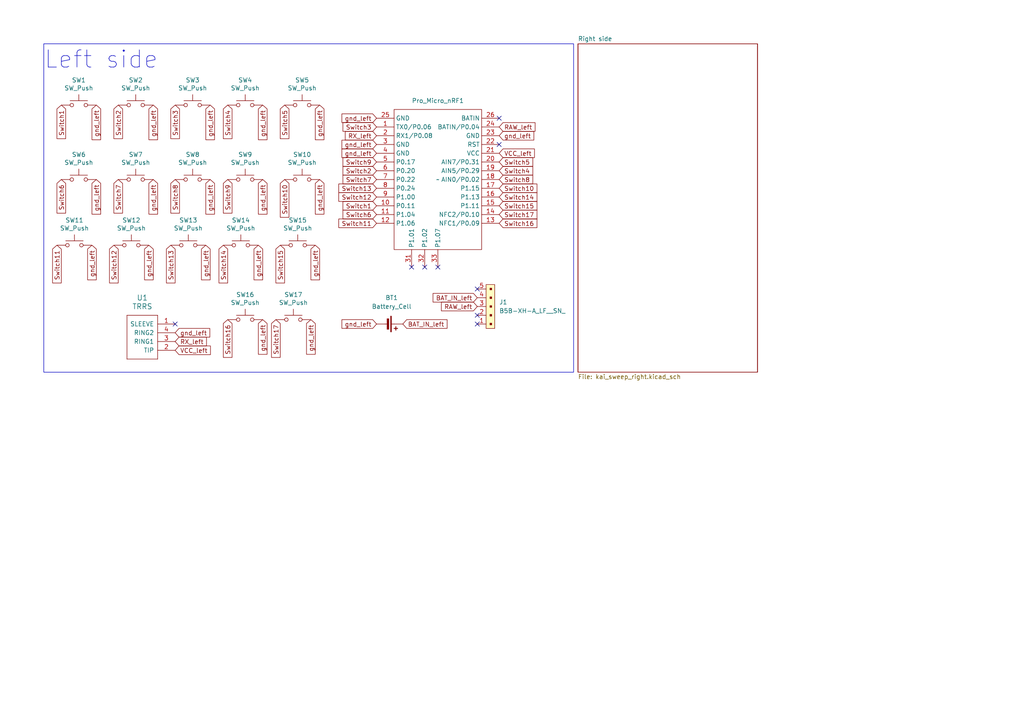
<source format=kicad_sch>
(kicad_sch (version 20230121) (generator eeschema)
  (paper "A4")
  (lib_symbols
    (symbol "Device:Battery_Cell" (pin_numbers hide) (pin_names (offset 0) hide)
      (property "Reference" "BT" (at 2.54 2.54 0))
      (property "Value" "Battery_Cell" (at 2.54 0 0))
      (symbol "Battery_Cell_0_1"
        (rectangle (start -2.286 1.778) (end 2.286 1.524) (fill (type outline)))
        (rectangle (start -1.524 1.016) (end 1.524 0.508) (fill (type outline)))
        (polyline (pts (xy 0 0.762) (xy 0 0)))
        (polyline (pts (xy 0 1.778) (xy 0 2.54)))
        (polyline (pts (xy 0.762 3.048) (xy 1.778 3.048)) (stroke (width 0.254)))
        (polyline (pts (xy 1.27 3.556) (xy 1.27 2.54)) (stroke (width 0.254)))
      )
      (symbol "Battery_Cell_1_1"
        (pin passive line (at 0 5.08 270) (length 2.54) (name "+") (number "1"))
        (pin passive line (at 0 -2.54 90) (length 2.54) (name "-") (number "2"))
      )
    )
    (symbol "Scottokeeb:Placeholder_TRRS" (pin_names (offset 1.016))
      (property "Reference" "U" (at 0 15.24 0))
      (property "Value" "TRRS" (at 0 -2.54 0))
      (symbol "Placeholder_TRRS_0_1"
        (rectangle (start -3.81 0) (end -3.81 12.7))
        (rectangle (start -3.81 0) (end 5.08 0))
        (rectangle (start -3.81 12.7) (end 5.08 12.7))
        (rectangle (start 5.08 12.7) (end 5.08 0))
      )
      (symbol "Placeholder_TRRS_1_1"
        (pin input line (at -8.89 2.54 0) (length 5.08) (name "SLEEVE") (number "1"))
        (pin input line (at -8.89 10.16 0) (length 5.08) (name "TIP") (number "2"))
        (pin input line (at -8.89 7.62 0) (length 5.08) (name "RING1") (number "3"))
        (pin input line (at -8.89 5.08 0) (length 5.08) (name "RING2") (number "4"))
      )
    )
    (symbol "Switch:SW_Push" (pin_numbers hide) (pin_names (offset 1.016) hide)
      (property "Reference" "SW" (at 1.27 2.54 0))
      (property "Value" "SW_Push" (at 0 -1.524 0))
      (symbol "SW_Push_0_1"
        (circle (center -2.032 0) (radius 0.508))
        (polyline (pts (xy 0 1.27) (xy 0 3.048)))
        (polyline (pts (xy 2.54 1.27) (xy -2.54 1.27)))
        (circle (center 2.032 0) (radius 0.508))
        (pin passive line (at -5.08 0 0) (length 2.54) (name "1") (number "1"))
        (pin passive line (at 5.08 0 180) (length 2.54) (name "2") (number "2"))
      )
    )
    (symbol "components:Pro_Micro_nRF52840"
      (property "Reference" "Pro_Micro_nRF52840" (at 0 22.352 0))
      (symbol "Pro_Micro_nRF52840_0_1"
        (rectangle (start -12.7 -20.32) (end 12.7 20.32))
      )
      (symbol "Pro_Micro_nRF52840_1_1"
        (pin input line (at -17.78 15.24 0) (length 5.08) (name "TX0/P0.06") (number "1"))
        (pin input line (at -17.78 -7.62 0) (length 5.08) (name "P0.11") (number "10"))
        (pin input line (at -17.78 -10.16 0) (length 5.08) (name "P1.04") (number "11"))
        (pin input line (at -17.78 -12.7 0) (length 5.08) (name "P1.06") (number "12"))
        (pin input line (at 17.78 -12.7 180) (length 5.08) (name "NFC1/P0.09") (number "13"))
        (pin input line (at 17.78 -10.16 180) (length 5.08) (name "NFC2/P0.10") (number "14"))
        (pin input line (at 17.78 -7.62 180) (length 5.08) (name "P1.11") (number "15"))
        (pin input line (at 17.78 -5.08 180) (length 5.08) (name "P1.13") (number "16"))
        (pin input line (at 17.78 -2.54 180) (length 5.08) (name "P1.15") (number "17"))
        (pin input line (at 17.78 0 180) (length 5.08) (name "AIN0/P0.02") (number "18"))
        (pin input line (at 17.78 2.54 180) (length 5.08) (name "AIN5/P0.29") (number "19"))
        (pin input line (at -17.78 12.7 0) (length 5.08) (name "RX1/P0.08") (number "2"))
        (pin input line (at 17.78 5.08 180) (length 5.08) (name "AIN7/P0.31") (number "20"))
        (pin input line (at 17.78 7.62 180) (length 5.08) (name "VCC") (number "21"))
        (pin input line (at 17.78 10.16 180) (length 5.08) (name "RST") (number "22"))
        (pin input line (at 17.78 12.7 180) (length 5.08) (name "GND") (number "23"))
        (pin input line (at 17.78 15.24 180) (length 5.08) (name "BATIN/P0.04") (number "24"))
        (pin input line (at -17.78 17.78 0) (length 5.08) (name "GND") (number "25"))
        (pin input line (at 17.78 17.78 180) (length 5.08) (name "BATIN") (number "26"))
        (pin input line (at -17.78 10.16 0) (length 5.08) (name "GND") (number "3"))
        (pin input line (at -7.62 -25.4 90) (length 5.08) (name "P1.01") (number "31"))
        (pin input line (at -3.81 -25.4 90) (length 5.08) (name "P1.02") (number "32"))
        (pin input line (at 0 -25.4 90) (length 5.08) (name "P1.07") (number "33"))
        (pin input line (at -17.78 7.62 0) (length 5.08) (name "GND") (number "4"))
        (pin input line (at -17.78 5.08 0) (length 5.08) (name "P0.17") (number "5"))
        (pin input line (at -17.78 2.54 0) (length 5.08) (name "P0.20") (number "6"))
        (pin input line (at -17.78 0 0) (length 5.08) (name "P0.22") (number "7"))
        (pin input line (at -17.78 -2.54 0) (length 5.08) (name "P0.24") (number "8"))
        (pin input line (at -17.78 -5.08 0) (length 5.08) (name "P1.00") (number "9"))
      )
    )
    (symbol "dk_Rectangular-Connectors-Headers-Male-Pins:B5B-XH-A_LF__SN_" (pin_names (offset 1.016))
      (property "Reference" "J" (at -2.54 -1.27 0))
      (property "Value" "B5B-XH-A_LF__SN_" (at 5.08 -3.81 0))
      (symbol "B5B-XH-A_LF__SN__1_1"
        (rectangle (start -1.27 0) (end 11.43 -2.54) (fill (type background)))
        (rectangle (start -0.254 -1.143) (end 0.254 -1.651) (fill (type outline)))
        (rectangle (start 2.286 -1.143) (end 2.794 -1.651) (fill (type outline)))
        (rectangle (start 4.826 -1.143) (end 5.334 -1.651) (fill (type outline)))
        (rectangle (start 7.366 -1.143) (end 7.874 -1.651) (fill (type outline)))
        (rectangle (start 9.906 -1.143) (end 10.414 -1.651) (fill (type outline)))
        (pin passive line (at 0 2.54 270) (length 2.54) (name "~") (number "1"))
        (pin passive line (at 2.54 2.54 270) (length 2.54) (name "~") (number "2"))
        (pin passive line (at 5.08 2.54 270) (length 2.54) (name "~") (number "3"))
        (pin passive line (at 7.62 2.54 270) (length 2.54) (name "~") (number "4"))
        (pin passive line (at 10.16 2.54 270) (length 2.54) (name "~") (number "5"))
      )
    )
  )
  (no_connect (at 138.43 91.44))
  (no_connect (at 127 77.47))
  (no_connect (at 144.78 41.91))
  (no_connect (at 138.43 83.82))
  (no_connect (at 50.8 93.98))
  (no_connect (at 119.38 77.47))
  (no_connect (at 123.19 77.47))
  (no_connect (at 138.43 93.98))
  (no_connect (at 144.78 34.29))
  (rectangle (start 12.7 12.7) (end 166.37 107.95))
  (text "Left side" (at 12.7 20.32 0) (effects (font (size 5 5)) (justify left bottom)))
  (global_label "gnd_left" (shape input) (at 76.2 92.71 270) (property "Intersheetrefs" "${INTERSHEET_REFS}" (effects hide)))
  (global_label "RAW_left" (shape input) (at 138.43 88.9 180) (property "Intersheetrefs" "${INTERSHEET_REFS}" (effects hide)))
  (global_label "Switch2" (shape input) (at 34.29 30.48 270) (property "Intersheetrefs" "${INTERSHEET_REFS}" (effects hide)))
  (global_label "Switch9" (shape input) (at 109.22 46.99 180) (property "Intersheetrefs" "${INTERSHEET_REFS}" (effects hide)))
  (global_label "RX_left" (shape input) (at 109.22 39.37 180) (property "Intersheetrefs" "${INTERSHEET_REFS}" (effects hide)))
  (global_label "gnd_left" (shape input) (at 44.45 30.48 270) (property "Intersheetrefs" "${INTERSHEET_REFS}" (effects hide)))
  (global_label "gnd_left" (shape input) (at 109.22 41.91 180) (property "Intersheetrefs" "${INTERSHEET_REFS}" (effects hide)))
  (global_label "Switch14" (shape input) (at 64.77 71.12 270) (property "Intersheetrefs" "${INTERSHEET_REFS}" (effects hide)))
  (global_label "gnd_left" (shape input) (at 76.2 30.48 270) (property "Intersheetrefs" "${INTERSHEET_REFS}" (effects hide)))
  (global_label "Switch12" (shape input) (at 109.22 57.15 180) (property "Intersheetrefs" "${INTERSHEET_REFS}" (effects hide)))
  (global_label "BAT_IN_left" (shape input) (at 138.43 86.36 180) (property "Intersheetrefs" "${INTERSHEET_REFS}" (effects hide)))
  (global_label "Switch9" (shape input) (at 66.04 52.07 270) (property "Intersheetrefs" "${INTERSHEET_REFS}" (effects hide)))
  (global_label "Switch13" (shape input) (at 49.53 71.12 270) (property "Intersheetrefs" "${INTERSHEET_REFS}" (effects hide)))
  (global_label "Switch5" (shape input) (at 144.78 46.99 0) (property "Intersheetrefs" "${INTERSHEET_REFS}" (effects hide)))
  (global_label "Switch3" (shape input) (at 50.8 30.48 270) (property "Intersheetrefs" "${INTERSHEET_REFS}" (effects hide)))
  (global_label "Switch6" (shape input) (at 17.78 52.07 270) (property "Intersheetrefs" "${INTERSHEET_REFS}" (effects hide)))
  (global_label "RX_left" (shape input) (at 50.8 99.06 0) (property "Intersheetrefs" "${INTERSHEET_REFS}" (effects hide)))
  (global_label "Switch4" (shape input) (at 144.78 49.53 0) (property "Intersheetrefs" "${INTERSHEET_REFS}" (effects hide)))
  (global_label "Switch16" (shape input) (at 66.04 92.71 270) (property "Intersheetrefs" "${INTERSHEET_REFS}" (effects hide)))
  (global_label "Switch15" (shape input) (at 81.28 71.12 270) (property "Intersheetrefs" "${INTERSHEET_REFS}" (effects hide)))
  (global_label "Switch1" (shape input) (at 109.22 59.69 180) (property "Intersheetrefs" "${INTERSHEET_REFS}" (effects hide)))
  (global_label "VCC_left" (shape input) (at 50.8 101.6 0) (property "Intersheetrefs" "${INTERSHEET_REFS}" (effects hide)))
  (global_label "Switch12" (shape input) (at 33.02 71.12 270) (property "Intersheetrefs" "${INTERSHEET_REFS}" (effects hide)))
  (global_label "Switch15" (shape input) (at 144.78 59.69 0) (property "Intersheetrefs" "${INTERSHEET_REFS}" (effects hide)))
  (global_label "Switch2" (shape input) (at 109.22 49.53 180) (property "Intersheetrefs" "${INTERSHEET_REFS}" (effects hide)))
  (global_label "gnd_left" (shape input) (at 74.93 71.12 270) (property "Intersheetrefs" "${INTERSHEET_REFS}" (effects hide)))
  (global_label "gnd_left" (shape input) (at 92.71 52.07 270) (property "Intersheetrefs" "${INTERSHEET_REFS}" (effects hide)))
  (global_label "Switch11" (shape input) (at 109.22 64.77 180) (property "Intersheetrefs" "${INTERSHEET_REFS}" (effects hide)))
  (global_label "gnd_left" (shape input) (at 27.94 30.48 270) (property "Intersheetrefs" "${INTERSHEET_REFS}" (effects hide)))
  (global_label "Switch6" (shape input) (at 109.22 62.23 180) (property "Intersheetrefs" "${INTERSHEET_REFS}" (effects hide)))
  (global_label "Switch13" (shape input) (at 109.22 54.61 180) (property "Intersheetrefs" "${INTERSHEET_REFS}" (effects hide)))
  (global_label "gnd_left" (shape input) (at 76.2 52.07 270) (property "Intersheetrefs" "${INTERSHEET_REFS}" (effects hide)))
  (global_label "gnd_left" (shape input) (at 43.18 71.12 270) (property "Intersheetrefs" "${INTERSHEET_REFS}" (effects hide)))
  (global_label "Switch10" (shape input) (at 144.78 54.61 0) (property "Intersheetrefs" "${INTERSHEET_REFS}" (effects hide)))
  (global_label "Switch17" (shape input) (at 80.01 92.71 270) (property "Intersheetrefs" "${INTERSHEET_REFS}" (effects hide)))
  (global_label "Switch8" (shape input) (at 50.8 52.07 270) (property "Intersheetrefs" "${INTERSHEET_REFS}" (effects hide)))
  (global_label "gnd_left" (shape input) (at 26.67 71.12 270) (property "Intersheetrefs" "${INTERSHEET_REFS}" (effects hide)))
  (global_label "gnd_left" (shape input) (at 109.22 34.29 180) (property "Intersheetrefs" "${INTERSHEET_REFS}" (effects hide)))
  (global_label "gnd_left" (shape input) (at 90.17 92.71 270) (property "Intersheetrefs" "${INTERSHEET_REFS}" (effects hide)))
  (global_label "Switch7" (shape input) (at 34.29 52.07 270) (property "Intersheetrefs" "${INTERSHEET_REFS}" (effects hide)))
  (global_label "VCC_left" (shape input) (at 144.78 44.45 0) (property "Intersheetrefs" "${INTERSHEET_REFS}" (effects hide)))
  (global_label "gnd_left" (shape input) (at 60.96 52.07 270) (property "Intersheetrefs" "${INTERSHEET_REFS}" (effects hide)))
  (global_label "gnd_left" (shape input) (at 44.45 52.07 270) (property "Intersheetrefs" "${INTERSHEET_REFS}" (effects hide)))
  (global_label "Switch5" (shape input) (at 82.55 30.48 270) (property "Intersheetrefs" "${INTERSHEET_REFS}" (effects hide)))
  (global_label "gnd_left" (shape input) (at 144.78 39.37 0) (property "Intersheetrefs" "${INTERSHEET_REFS}" (effects hide)))
  (global_label "gnd_left" (shape input) (at 92.71 30.48 270) (property "Intersheetrefs" "${INTERSHEET_REFS}" (effects hide)))
  (global_label "BAT_IN_left" (shape input) (at 116.84 93.98 0) (property "Intersheetrefs" "${INTERSHEET_REFS}" (effects hide)))
  (global_label "gnd_left" (shape input) (at 109.22 44.45 180) (property "Intersheetrefs" "${INTERSHEET_REFS}" (effects hide)))
  (global_label "Switch4" (shape input) (at 66.04 30.48 270) (property "Intersheetrefs" "${INTERSHEET_REFS}" (effects hide)))
  (global_label "Switch3" (shape input) (at 109.22 36.83 180) (property "Intersheetrefs" "${INTERSHEET_REFS}" (effects hide)))
  (global_label "gnd_left" (shape input) (at 27.94 52.07 270) (property "Intersheetrefs" "${INTERSHEET_REFS}" (effects hide)))
  (global_label "gnd_left" (shape input) (at 60.96 30.48 270) (property "Intersheetrefs" "${INTERSHEET_REFS}" (effects hide)))
  (global_label "Switch16" (shape input) (at 144.78 64.77 0) (property "Intersheetrefs" "${INTERSHEET_REFS}" (effects hide)))
  (global_label "Switch14" (shape input) (at 144.78 57.15 0) (property "Intersheetrefs" "${INTERSHEET_REFS}" (effects hide)))
  (global_label "gnd_left" (shape input) (at 50.8 96.52 0) (property "Intersheetrefs" "${INTERSHEET_REFS}" (effects hide)))
  (global_label "Switch11" (shape input) (at 16.51 71.12 270) (property "Intersheetrefs" "${INTERSHEET_REFS}" (effects hide)))
  (global_label "Switch8" (shape input) (at 144.78 52.07 0) (property "Intersheetrefs" "${INTERSHEET_REFS}" (effects hide)))
  (global_label "RAW_left" (shape input) (at 144.78 36.83 0) (property "Intersheetrefs" "${INTERSHEET_REFS}" (effects hide)))
  (global_label "Switch17" (shape input) (at 144.78 62.23 0) (property "Intersheetrefs" "${INTERSHEET_REFS}" (effects hide)))
  (global_label "Switch7" (shape input) (at 109.22 52.07 180) (property "Intersheetrefs" "${INTERSHEET_REFS}" (effects hide)))
  (global_label "gnd_left" (shape input) (at 109.22 93.98 180) (property "Intersheetrefs" "${INTERSHEET_REFS}" (effects hide)))
  (global_label "gnd_left" (shape input) (at 91.44 71.12 270) (property "Intersheetrefs" "${INTERSHEET_REFS}" (effects hide)))
  (global_label "gnd_left" (shape input) (at 59.69 71.12 270) (property "Intersheetrefs" "${INTERSHEET_REFS}" (effects hide)))
  (global_label "Switch1" (shape input) (at 17.78 30.48 270) (property "Intersheetrefs" "${INTERSHEET_REFS}" (effects hide)))
  (global_label "Switch10" (shape input) (at 82.55 52.07 270) (property "Intersheetrefs" "${INTERSHEET_REFS}" (effects hide)))
  (symbol (lib_id "Device:Battery_Cell") (at 111.76 93.98 270) (unit 1)
    (property "Reference" "BT1" (at 113.6015 86.36 90))
    (property "Value" "Battery_Cell" (at 113.6015 88.9 90))
    (property "Footprint" "KLOTZ:JST_PH_reversible" (effects hide))
  )
  (symbol (lib_id "Switch:SW_Push") (at 85.09 92.71 0) (unit 1)
    (property "Reference" "SW17" (at 85.09 85.471 0))
    (property "Value" "SW_Push" (at 85.09 87.7824 0))
    (property "Footprint" "custom_components:Choc_v1v2_pretty" (effects hide))
  )
  (symbol (lib_id "Switch:SW_Push") (at 55.88 30.48 0) (unit 1)
    (property "Reference" "SW3" (at 55.88 23.241 0))
    (property "Value" "SW_Push" (at 55.88 25.5524 0))
    (property "Footprint" "custom_components:Choc_v1v2_pretty" (effects hide))
  )
  (symbol (lib_id "components:Pro_Micro_nRF52840") (at 127 52.07 0) (unit 1)
    (property "Reference" "Pro_Micro_nRF1" (at 127 29.21 0))
    (property "Value" "~" (at 127 52.07 0))
    (property "Footprint" "custom_components:Pro Micro nRF52840" (effects hide))
    (property "Datasheet" "https://www.nologo.tech/product/otherboard/NRF52840.html" (effects hide))
  )
  (symbol (lib_id "Switch:SW_Push") (at 21.59 71.12 0) (unit 1)
    (property "Reference" "SW11" (at 21.59 63.881 0))
    (property "Value" "SW_Push" (at 21.59 66.1924 0))
    (property "Footprint" "custom_components:Choc_v1v2_pretty" (effects hide))
  )
  (symbol (lib_id "Switch:SW_Push") (at 71.12 30.48 0) (unit 1)
    (property "Reference" "SW4" (at 71.12 23.241 0))
    (property "Value" "SW_Push" (at 71.12 25.5524 0))
    (property "Footprint" "custom_components:Choc_v1v2_pretty" (effects hide))
  )
  (symbol (lib_id "Switch:SW_Push") (at 22.86 52.07 0) (unit 1)
    (property "Reference" "SW6" (at 22.86 44.831 0))
    (property "Value" "SW_Push" (at 22.86 47.1424 0))
    (property "Footprint" "custom_components:Choc_v1v2_pretty" (effects hide))
  )
  (symbol (lib_id "Switch:SW_Push") (at 71.12 52.07 0) (unit 1)
    (property "Reference" "SW9" (at 71.12 44.831 0))
    (property "Value" "SW_Push" (at 71.12 47.1424 0))
    (property "Footprint" "custom_components:Choc_v1v2_pretty" (effects hide))
  )
  (symbol (lib_id "Switch:SW_Push") (at 71.12 92.71 0) (unit 1)
    (property "Reference" "SW16" (at 71.12 85.471 0))
    (property "Value" "SW_Push" (at 71.12 87.7824 0))
    (property "Footprint" "custom_components:Choc_v1v2_pretty" (effects hide))
  )
  (symbol (lib_id "Switch:SW_Push") (at 22.86 30.48 0) (unit 1)
    (property "Reference" "SW1" (at 22.86 23.241 0))
    (property "Value" "SW_Push" (at 22.86 25.5524 0))
    (property "Footprint" "custom_components:Choc_v1v2_pretty" (effects hide))
  )
  (symbol (lib_id "Switch:SW_Push") (at 39.37 52.07 0) (unit 1)
    (property "Reference" "SW7" (at 39.37 44.831 0))
    (property "Value" "SW_Push" (at 39.37 47.1424 0))
    (property "Footprint" "custom_components:Choc_v1v2_pretty" (effects hide))
  )
  (symbol (lib_id "Switch:SW_Push") (at 69.85 71.12 0) (unit 1)
    (property "Reference" "SW14" (at 69.85 63.881 0))
    (property "Value" "SW_Push" (at 69.85 66.1924 0))
    (property "Footprint" "custom_components:Choc_v1v2_pretty" (effects hide))
  )
  (symbol (lib_id "Switch:SW_Push") (at 39.37 30.48 0) (unit 1)
    (property "Reference" "SW2" (at 39.37 23.241 0))
    (property "Value" "SW_Push" (at 39.37 25.5524 0))
    (property "Footprint" "custom_components:Choc_v1v2_pretty" (effects hide))
  )
  (symbol (lib_id "Switch:SW_Push") (at 86.36 71.12 0) (unit 1)
    (property "Reference" "SW15" (at 86.36 63.881 0))
    (property "Value" "SW_Push" (at 86.36 66.1924 0))
    (property "Footprint" "custom_components:Choc_v1v2_pretty" (effects hide))
  )
  (symbol (lib_id "Switch:SW_Push") (at 55.88 52.07 0) (unit 1)
    (property "Reference" "SW8" (at 55.88 44.831 0))
    (property "Value" "SW_Push" (at 55.88 47.1424 0))
    (property "Footprint" "custom_components:Choc_v1v2_pretty" (effects hide))
  )
  (symbol (lib_id "Scottokeeb:Placeholder_TRRS") (at 41.91 91.44 180) (unit 1)
    (property "Reference" "U1" (at 41.275 86.36 0) (effects (font (size 1.524 1.524))))
    (property "Value" "TRRS" (at 41.275 88.9 0) (effects (font (size 1.524 1.524))))
    (property "Footprint" "ScottoKeebs_Components:TRRS_PJ-320A" (effects hide))
  )
  (symbol (lib_id "Switch:SW_Push") (at 87.63 52.07 0) (unit 1)
    (property "Reference" "SW10" (at 87.63 44.831 0))
    (property "Value" "SW_Push" (at 87.63 47.1424 0))
    (property "Footprint" "custom_components:Choc_v1v2_pretty" (effects hide))
  )
  (symbol (lib_id "Switch:SW_Push") (at 54.61 71.12 0) (unit 1)
    (property "Reference" "SW13" (at 54.61 63.881 0))
    (property "Value" "SW_Push" (at 54.61 66.1924 0))
    (property "Footprint" "custom_components:Choc_v1v2_pretty" (effects hide))
  )
  (symbol (lib_id "dk_Rectangular-Connectors-Headers-Male-Pins:B5B-XH-A_LF__SN_") (at 140.97 93.98 90) (unit 1)
    (property "Reference" "J1" (at 144.78 87.63 90) (effects (justify right)))
    (property "Value" "B5B-XH-A_LF__SN_" (at 144.78 90.17 90) (effects (justify right)))
    (property "Footprint" "custom_components:Switch_slide_TH_5P" (effects hide))
    (property "Datasheet" "http://www.jst-mfg.com/product/pdf/eng/eXH.pdf" (effects hide))
    (property "Digi-Key_PN" "455-2270-ND" (effects hide))
    (property "MPN" "B5B-XH-A(LF)(SN)" (effects hide))
    (property "Category" "Connectors, Interconnects" (effects hide))
    (property "Family" "Rectangular Connectors - Headers, Male Pins" (effects hide))
    (property "DK_Datasheet_Link" "http://www.jst-mfg.com/product/pdf/eng/eXH.pdf" (effects hide))
    (property "DK_Detail_Page" "/product-detail/en/jst-sales-america-inc/B5B-XH-A(LF)(SN)/455-2270-ND/1530483" (effects hide))
    (property "Description" "CONN HEADER VERT 5POS 2.5MM" (effects hide))
    (property "Manufacturer" "JST Sales America Inc." (effects hide))
    (property "Status" "Active" (effects hide))
  )
  (symbol (lib_id "Switch:SW_Push") (at 87.63 30.48 0) (unit 1)
    (property "Reference" "SW5" (at 87.63 23.241 0))
    (property "Value" "SW_Push" (at 87.63 25.5524 0))
    (property "Footprint" "custom_components:Choc_v1v2_pretty" (effects hide))
  )
  (symbol (lib_id "Switch:SW_Push") (at 38.1 71.12 0) (unit 1)
    (property "Reference" "SW12" (at 38.1 63.881 0))
    (property "Value" "SW_Push" (at 38.1 66.1924 0))
    (property "Footprint" "custom_components:Choc_v1v2_pretty" (effects hide))
  )
  (sheet (at 167.64 12.7) (size 52.07 95.25) (stroke (width 0.1524))
    (property "Sheetname" "Right side" (at 167.64 11.9884 0) (effects (justify left bottom)))
    (property "Sheetfile" "kai_sweep_right.kicad_sch" (at 167.64 108.5346 0) (effects (justify left top)))
  )
)
</source>
